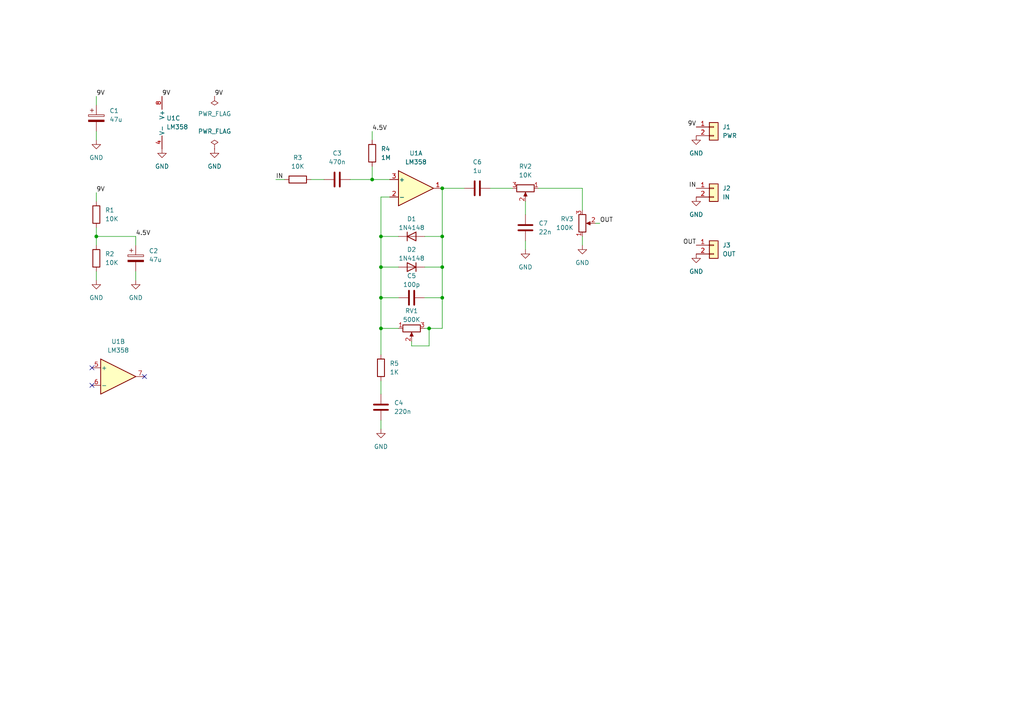
<source format=kicad_sch>
(kicad_sch (version 20211123) (generator eeschema)
  (paper "A4")
  (title_block (company "BG1REN"))
  (lib_symbols
    (symbol "Amplifier_Operational:LM358" (pin_names (offset 0.127))
      (property "Reference" "U" (at 0 5.08 0))
      (property "Value" "LM358" (at 0 -5.08 0))
      (symbol "LM358_1_1"
        (polyline (pts (xy -5.08 5.08) (xy 5.08 0) (xy -5.08 -5.08) (xy -5.08 5.08)) (stroke (width 0.254)) (fill (type background)))
        (pin output line (at 7.62 0 180) (length 2.54) (name "~") (number "1"))
        (pin input line (at -7.62 -2.54 0) (length 2.54) (name "-") (number "2"))
        (pin input line (at -7.62 2.54 0) (length 2.54) (name "+") (number "3"))
      )
      (symbol "LM358_2_1"
        (polyline (pts (xy -5.08 5.08) (xy 5.08 0) (xy -5.08 -5.08) (xy -5.08 5.08)) (stroke (width 0.254)) (fill (type background)))
        (pin input line (at -7.62 2.54 0) (length 2.54) (name "+") (number "5"))
        (pin input line (at -7.62 -2.54 0) (length 2.54) (name "-") (number "6"))
        (pin output line (at 7.62 0 180) (length 2.54) (name "~") (number "7"))
      )
      (symbol "LM358_3_1"
        (pin power_in line (at -2.54 -7.62 90) (length 3.81) (name "V-") (number "4"))
        (pin power_in line (at -2.54 7.62 270) (length 3.81) (name "V+") (number "8"))
      )
    )
    (symbol "Connector_Generic:Conn_01x02" (pin_names (offset 1.016) hide)
      (property "Reference" "J" (at 0 2.54 0))
      (property "Value" "Conn_01x02" (at 0 -5.08 0))
      (symbol "Conn_01x02_1_1"
        (rectangle (start -1.27 -2.413) (end 0 -2.667) (stroke (width 0.1524)))
        (rectangle (start -1.27 0.127) (end 0 -0.127) (stroke (width 0.1524)))
        (rectangle (start -1.27 1.27) (end 1.27 -3.81) (stroke (width 0.254)) (fill (type background)))
        (pin passive line (at -5.08 0 0) (length 3.81) (name "Pin_1") (number "1"))
        (pin passive line (at -5.08 -2.54 0) (length 3.81) (name "Pin_2") (number "2"))
      )
    )
    (symbol "Device:C" (pin_numbers hide) (pin_names (offset 0.254))
      (property "Reference" "C" (at 0.635 2.54 0))
      (property "Value" "C" (at 0.635 -2.54 0))
      (symbol "C_0_1"
        (polyline (pts (xy -2.032 -0.762) (xy 2.032 -0.762)) (stroke (width 0.508)))
        (polyline (pts (xy -2.032 0.762) (xy 2.032 0.762)) (stroke (width 0.508)))
      )
      (symbol "C_1_1"
        (pin passive line (at 0 3.81 270) (length 2.794) (name "~") (number "1"))
        (pin passive line (at 0 -3.81 90) (length 2.794) (name "~") (number "2"))
      )
    )
    (symbol "Device:C_Polarized" (pin_numbers hide) (pin_names (offset 0.254))
      (property "Reference" "C" (at 0.635 2.54 0))
      (property "Value" "C_Polarized" (at 0.635 -2.54 0))
      (symbol "C_Polarized_0_1"
        (rectangle (start -2.286 0.508) (end 2.286 1.016))
        (polyline (pts (xy -1.778 2.286) (xy -0.762 2.286)))
        (polyline (pts (xy -1.27 2.794) (xy -1.27 1.778)))
        (rectangle (start 2.286 -0.508) (end -2.286 -1.016) (fill (type outline)))
      )
      (symbol "C_Polarized_1_1"
        (pin passive line (at 0 3.81 270) (length 2.794) (name "~") (number "1"))
        (pin passive line (at 0 -3.81 90) (length 2.794) (name "~") (number "2"))
      )
    )
    (symbol "Device:D" (pin_numbers hide) (pin_names (offset 1.016) hide)
      (property "Reference" "D" (at 0 2.54 0))
      (property "Value" "D" (at 0 -2.54 0))
      (symbol "D_0_1"
        (polyline (pts (xy -1.27 1.27) (xy -1.27 -1.27)) (stroke (width 0.254)))
        (polyline (pts (xy 1.27 0) (xy -1.27 0)))
        (polyline (pts (xy 1.27 1.27) (xy 1.27 -1.27) (xy -1.27 0) (xy 1.27 1.27)) (stroke (width 0.254)))
      )
      (symbol "D_1_1"
        (pin passive line (at -3.81 0 0) (length 2.54) (name "K") (number "1"))
        (pin passive line (at 3.81 0 180) (length 2.54) (name "A") (number "2"))
      )
    )
    (symbol "Device:R" (pin_numbers hide) (pin_names (offset 0))
      (property "Reference" "R" (at 2.032 0 90))
      (property "Value" "R" (at 0 0 90))
      (symbol "R_0_1"
        (rectangle (start -1.016 -2.54) (end 1.016 2.54) (stroke (width 0.254)))
      )
      (symbol "R_1_1"
        (pin passive line (at 0 3.81 270) (length 1.27) (name "~") (number "1"))
        (pin passive line (at 0 -3.81 90) (length 1.27) (name "~") (number "2"))
      )
    )
    (symbol "Device:R_Potentiometer" (pin_names (offset 1.016) hide)
      (property "Reference" "RV" (at -4.445 0 90))
      (property "Value" "R_Potentiometer" (at -2.54 0 90))
      (symbol "R_Potentiometer_0_1"
        (polyline (pts (xy 2.54 0) (xy 1.524 0)))
        (polyline (pts (xy 1.143 0) (xy 2.286 0.508) (xy 2.286 -0.508) (xy 1.143 0)) (fill (type outline)))
        (rectangle (start 1.016 2.54) (end -1.016 -2.54) (stroke (width 0.254)))
      )
      (symbol "R_Potentiometer_1_1"
        (pin passive line (at 0 3.81 270) (length 1.27) (name "1") (number "1"))
        (pin passive line (at 3.81 0 180) (length 1.27) (name "2") (number "2"))
        (pin passive line (at 0 -3.81 90) (length 1.27) (name "3") (number "3"))
      )
    )
    (symbol "power:GND" (power) (pin_names (offset 0))
      (property "Value" "GND" (at 0 -3.81 0))
      (symbol "GND_0_1"
        (polyline (pts (xy 0 0) (xy 0 -1.27) (xy 1.27 -1.27) (xy 0 -2.54) (xy -1.27 -1.27) (xy 0 -1.27)))
      )
      (symbol "GND_1_1"
        (pin power_in line (at 0 0 270) (length 0) hide (name "GND") (number "1"))
      )
    )
    (symbol "power:PWR_FLAG" (power) (pin_numbers hide) (pin_names (offset 0) hide)
      (property "Value" "PWR_FLAG" (at 0 3.81 0))
      (symbol "PWR_FLAG_0_0"
        (pin power_out line (at 0 0 90) (length 0) (name "pwr") (number "1"))
      )
      (symbol "PWR_FLAG_0_1"
        (polyline (pts (xy 0 0) (xy 0 1.27) (xy -1.016 1.905) (xy 0 2.54) (xy 1.016 1.905) (xy 0 1.27)))
      )
    )
  )
  (junction (at 128.27 77.47))
  (junction (at 128.27 54.61))
  (junction (at 124.46 95.25))
  (junction (at 128.27 86.36))
  (junction (at 110.49 68.58))
  (junction (at 110.49 95.25))
  (junction (at 27.94 68.58))
  (junction (at 107.95 52.07))
  (junction (at 110.49 77.47))
  (junction (at 128.27 68.58))
  (junction (at 110.49 86.36))
  (no_connect (at 26.67 106.68))
  (no_connect (at 26.67 111.76))
  (no_connect (at 41.91 109.22))
  (wire (pts (xy 27.94 55.88) (xy 27.94 58.42)))
  (wire (pts (xy 27.94 27.94) (xy 27.94 30.48)))
  (wire (pts (xy 110.49 121.92) (xy 110.49 124.46)))
  (wire (pts (xy 123.19 95.25) (xy 124.46 95.25)))
  (wire (pts (xy 101.6 52.07) (xy 107.95 52.07)))
  (wire (pts (xy 128.27 54.61) (xy 128.27 68.58)))
  (wire (pts (xy 110.49 86.36) (xy 110.49 95.25)))
  (wire (pts (xy 128.27 68.58) (xy 128.27 77.47)))
  (wire (pts (xy 124.46 100.33) (xy 119.38 100.33)))
  (wire (pts (xy 123.19 86.36) (xy 128.27 86.36)))
  (wire (pts (xy 27.94 68.58) (xy 27.94 71.12)))
  (wire (pts (xy 107.95 48.26) (xy 107.95 52.07)))
  (wire (pts (xy 128.27 54.61) (xy 134.62 54.61)))
  (wire (pts (xy 80.01 52.07) (xy 82.55 52.07)))
  (wire (pts (xy 124.46 95.25) (xy 124.46 100.33)))
  (wire (pts (xy 152.4 58.42) (xy 152.4 62.23)))
  (wire (pts (xy 27.94 68.58) (xy 39.37 68.58)))
  (wire (pts (xy 110.49 77.47) (xy 110.49 86.36)))
  (wire (pts (xy 110.49 110.49) (xy 110.49 114.3)))
  (wire (pts (xy 142.24 54.61) (xy 148.59 54.61)))
  (wire (pts (xy 123.19 68.58) (xy 128.27 68.58)))
  (wire (pts (xy 119.38 99.06) (xy 119.38 100.33)))
  (wire (pts (xy 110.49 57.15) (xy 110.49 68.58)))
  (wire (pts (xy 39.37 68.58) (xy 39.37 71.12)))
  (wire (pts (xy 123.19 77.47) (xy 128.27 77.47)))
  (wire (pts (xy 27.94 66.04) (xy 27.94 68.58)))
  (wire (pts (xy 39.37 78.74) (xy 39.37 81.28)))
  (wire (pts (xy 156.21 54.61) (xy 168.91 54.61)))
  (wire (pts (xy 168.91 54.61) (xy 168.91 60.96)))
  (wire (pts (xy 124.46 95.25) (xy 128.27 95.25)))
  (wire (pts (xy 27.94 38.1) (xy 27.94 40.64)))
  (wire (pts (xy 107.95 52.07) (xy 113.03 52.07)))
  (wire (pts (xy 110.49 68.58) (xy 115.57 68.58)))
  (wire (pts (xy 110.49 95.25) (xy 110.49 102.87)))
  (wire (pts (xy 110.49 95.25) (xy 115.57 95.25)))
  (wire (pts (xy 27.94 78.74) (xy 27.94 81.28)))
  (wire (pts (xy 110.49 77.47) (xy 115.57 77.47)))
  (wire (pts (xy 107.95 38.1) (xy 107.95 40.64)))
  (wire (pts (xy 172.72 64.77) (xy 173.99 64.77)))
  (wire (pts (xy 128.27 77.47) (xy 128.27 86.36)))
  (wire (pts (xy 110.49 68.58) (xy 110.49 77.47)))
  (wire (pts (xy 128.27 86.36) (xy 128.27 95.25)))
  (wire (pts (xy 113.03 57.15) (xy 110.49 57.15)))
  (wire (pts (xy 110.49 86.36) (xy 115.57 86.36)))
  (wire (pts (xy 152.4 69.85) (xy 152.4 72.39)))
  (wire (pts (xy 90.17 52.07) (xy 93.98 52.07)))
  (wire (pts (xy 168.91 68.58) (xy 168.91 71.12)))
  (label "IN" (at 201.93 54.61 180))
  (label "4.5V" (at 39.37 68.58 0))
  (label "IN" (at 80.01 52.07 0))
  (label "9V" (at 62.23 27.94 0))
  (label "9V" (at 27.94 27.94 0))
  (label "9V" (at 46.99 27.94 0))
  (label "9V" (at 201.93 36.83 180))
  (label "4.5V" (at 107.95 38.1 0))
  (label "OUT" (at 173.99 64.77 0))
  (label "9V" (at 27.94 55.88 0))
  (label "OUT" (at 201.93 71.12 180))
  (symbol (lib_id "power:GND") (at 201.93 39.37 0) (unit 1)
    (property "Reference" "#PWR08" (effects hide))
    (property "Value" "GND" (at 201.93 44.45 0))
  )
  (symbol (lib_id "Device:R_Potentiometer") (at 119.38 95.25 90) (mirror x) (unit 1)
    (property "Reference" "RV1" (at 119.38 90.17 90))
    (property "Value" "500K" (at 119.38 92.71 90))
    (property "Footprint" "bg1ren:Potentiometer_Alps_RK097_Single_Horizontal" (effects hide))
  )
  (symbol (lib_id "power:GND") (at 201.93 57.15 0) (unit 1)
    (property "Reference" "#PWR09" (effects hide))
    (property "Value" "GND" (at 201.93 62.23 0))
  )
  (symbol (lib_id "Device:C") (at 119.38 86.36 90) (unit 1)
    (property "Reference" "C5" (at 119.38 80.01 90))
    (property "Value" "100p" (at 119.38 82.55 90))
    (property "Footprint" "Capacitor_THT:C_Disc_D4.3mm_W1.9mm_P5.00mm" (effects hide))
  )
  (symbol (lib_id "Device:R_Potentiometer") (at 168.91 64.77 0) (mirror x) (unit 1)
    (property "Reference" "RV3" (at 166.37 63.4999 0) (effects (justify right)))
    (property "Value" "100K" (at 166.37 66.0399 0) (effects (justify right)))
    (property "Footprint" "bg1ren:Potentiometer_Alps_RK097_Single_Horizontal" (effects hide))
  )
  (symbol (lib_id "Amplifier_Operational:LM358") (at 120.65 54.61 0) (unit 1)
    (property "Reference" "U1" (at 120.65 44.45 0))
    (property "Value" "LM358" (at 120.65 46.99 0))
    (property "Footprint" "Package_DIP:DIP-8_W7.62mm" (effects hide))
    (property "Datasheet" "http://www.ti.com/lit/ds/symlink/lm2904-n.pdf" (effects hide))
  )
  (symbol (lib_id "power:PWR_FLAG") (at 62.23 27.94 180) (unit 1)
    (property "Reference" "#FLG0102" (effects hide))
    (property "Value" "PWR_FLAG" (at 62.23 33.02 0))
  )
  (symbol (lib_id "Device:R") (at 107.95 44.45 0) (unit 1)
    (property "Reference" "R4" (at 110.49 43.1799 0) (effects (justify left)))
    (property "Value" "1M" (at 110.49 45.7199 0) (effects (justify left)))
    (property "Footprint" "Resistor_THT:R_Axial_DIN0207_L6.3mm_D2.5mm_P2.54mm_Vertical" (effects hide))
  )
  (symbol (lib_id "Device:R") (at 86.36 52.07 90) (unit 1)
    (property "Reference" "R3" (at 86.36 45.72 90))
    (property "Value" "10K" (at 86.36 48.26 90))
    (property "Footprint" "Resistor_THT:R_Axial_DIN0207_L6.3mm_D2.5mm_P2.54mm_Vertical" (effects hide))
  )
  (symbol (lib_id "Device:D") (at 119.38 68.58 0) (unit 1)
    (property "Reference" "D1" (at 119.38 63.5 0))
    (property "Value" "1N4148" (at 119.38 66.04 0))
    (property "Footprint" "Diode_THT:D_DO-35_SOD27_P2.54mm_Vertical_AnodeUp" (effects hide))
  )
  (symbol (lib_id "Device:C_Polarized") (at 39.37 74.93 0) (unit 1)
    (property "Reference" "C2" (at 43.18 72.7709 0) (effects (justify left)))
    (property "Value" "47u" (at 43.18 75.3109 0) (effects (justify left)))
    (property "Footprint" "Capacitor_THT:CP_Radial_D4.0mm_P2.00mm" (effects hide))
  )
  (symbol (lib_id "power:GND") (at 62.23 43.18 0) (unit 1)
    (property "Reference" "#PWR0101" (effects hide))
    (property "Value" "GND" (at 62.23 48.26 0))
  )
  (symbol (lib_id "Device:D") (at 119.38 77.47 180) (unit 1)
    (property "Reference" "D2" (at 119.38 72.39 0))
    (property "Value" "1N4148" (at 119.38 74.93 0))
    (property "Footprint" "Diode_THT:D_DO-35_SOD27_P2.54mm_Vertical_AnodeUp" (effects hide))
  )
  (symbol (lib_id "power:PWR_FLAG") (at 62.23 43.18 0) (unit 1)
    (property "Reference" "#FLG0101" (effects hide))
    (property "Value" "PWR_FLAG" (at 62.23 38.1 0))
  )
  (symbol (lib_id "Device:R") (at 110.49 106.68 0) (unit 1)
    (property "Reference" "R5" (at 113.03 105.4099 0) (effects (justify left)))
    (property "Value" "1K" (at 113.03 107.9499 0) (effects (justify left)))
    (property "Footprint" "Resistor_THT:R_Axial_DIN0207_L6.3mm_D2.5mm_P2.54mm_Vertical" (effects hide))
  )
  (symbol (lib_id "Connector_Generic:Conn_01x02") (at 207.01 54.61 0) (unit 1)
    (property "Reference" "J2" (at 209.55 54.6099 0) (effects (justify left)))
    (property "Value" "IN" (at 209.55 57.1499 0) (effects (justify left)))
    (property "Footprint" "Connector_PinHeader_2.54mm:PinHeader_1x02_P2.54mm_Vertical" (effects hide))
  )
  (symbol (lib_id "Connector_Generic:Conn_01x02") (at 207.01 71.12 0) (unit 1)
    (property "Reference" "J3" (at 209.55 71.1199 0) (effects (justify left)))
    (property "Value" "OUT" (at 209.55 73.6599 0) (effects (justify left)))
    (property "Footprint" "Connector_PinHeader_2.54mm:PinHeader_1x02_P2.54mm_Vertical" (effects hide))
  )
  (symbol (lib_id "Device:C") (at 97.79 52.07 90) (unit 1)
    (property "Reference" "C3" (at 97.79 44.45 90))
    (property "Value" "470n" (at 97.79 46.99 90))
    (property "Footprint" "Capacitor_THT:C_Disc_D4.3mm_W1.9mm_P5.00mm" (effects hide))
  )
  (symbol (lib_id "power:GND") (at 46.99 43.18 0) (unit 1)
    (property "Reference" "#PWR04" (effects hide))
    (property "Value" "GND" (at 46.99 48.26 0))
  )
  (symbol (lib_id "Device:C_Polarized") (at 27.94 34.29 0) (unit 1)
    (property "Reference" "C1" (at 31.75 32.1309 0) (effects (justify left)))
    (property "Value" "47u" (at 31.75 34.6709 0) (effects (justify left)))
    (property "Footprint" "Capacitor_THT:CP_Radial_D4.0mm_P2.00mm" (effects hide))
  )
  (symbol (lib_id "power:GND") (at 39.37 81.28 0) (unit 1)
    (property "Reference" "#PWR03" (effects hide))
    (property "Value" "GND" (at 39.37 86.36 0))
  )
  (symbol (lib_id "Connector_Generic:Conn_01x02") (at 207.01 36.83 0) (unit 1)
    (property "Reference" "J1" (at 209.55 36.8299 0) (effects (justify left)))
    (property "Value" "PWR" (at 209.55 39.3699 0) (effects (justify left)))
    (property "Footprint" "Connector_PinHeader_2.54mm:PinHeader_1x02_P2.54mm_Vertical" (effects hide))
  )
  (symbol (lib_id "Device:C") (at 110.49 118.11 180) (unit 1)
    (property "Reference" "C4" (at 114.3 116.8399 0) (effects (justify right)))
    (property "Value" "220n" (at 114.3 119.3799 0) (effects (justify right)))
    (property "Footprint" "Capacitor_THT:C_Disc_D4.3mm_W1.9mm_P5.00mm" (effects hide))
  )
  (symbol (lib_id "power:GND") (at 27.94 40.64 0) (unit 1)
    (property "Reference" "#PWR01" (effects hide))
    (property "Value" "GND" (at 27.94 45.72 0))
  )
  (symbol (lib_id "power:GND") (at 27.94 81.28 0) (unit 1)
    (property "Reference" "#PWR02" (effects hide))
    (property "Value" "GND" (at 27.94 86.36 0))
  )
  (symbol (lib_id "Device:C") (at 138.43 54.61 90) (unit 1)
    (property "Reference" "C6" (at 138.43 46.99 90))
    (property "Value" "1u" (at 138.43 49.53 90))
    (property "Footprint" "Capacitor_THT:C_Disc_D4.3mm_W1.9mm_P5.00mm" (effects hide))
  )
  (symbol (lib_id "power:GND") (at 152.4 72.39 0) (unit 1)
    (property "Reference" "#PWR07" (effects hide))
    (property "Value" "GND" (at 152.4 77.47 0))
  )
  (symbol (lib_id "Amplifier_Operational:LM358") (at 34.29 109.22 0) (unit 2)
    (property "Reference" "U1" (at 34.29 99.06 0))
    (property "Value" "LM358" (at 34.29 101.6 0))
    (property "Footprint" "Package_DIP:DIP-8_W7.62mm" (effects hide))
    (property "Datasheet" "http://www.ti.com/lit/ds/symlink/lm2904-n.pdf" (effects hide))
  )
  (symbol (lib_id "power:GND") (at 201.93 73.66 0) (unit 1)
    (property "Reference" "#PWR010" (effects hide))
    (property "Value" "GND" (at 201.93 78.74 0))
  )
  (symbol (lib_id "Device:R") (at 27.94 62.23 0) (unit 1)
    (property "Reference" "R1" (at 30.48 60.9599 0) (effects (justify left)))
    (property "Value" "10K" (at 30.48 63.4999 0) (effects (justify left)))
    (property "Footprint" "Resistor_THT:R_Axial_DIN0207_L6.3mm_D2.5mm_P2.54mm_Vertical" (effects hide))
  )
  (symbol (lib_id "Device:C") (at 152.4 66.04 180) (unit 1)
    (property "Reference" "C7" (at 156.21 64.7699 0) (effects (justify right)))
    (property "Value" "22n" (at 156.21 67.3099 0) (effects (justify right)))
    (property "Footprint" "Capacitor_THT:C_Disc_D4.3mm_W1.9mm_P5.00mm" (effects hide))
  )
  (symbol (lib_id "Device:R") (at 27.94 74.93 0) (unit 1)
    (property "Reference" "R2" (at 30.48 73.6599 0) (effects (justify left)))
    (property "Value" "10K" (at 30.48 76.1999 0) (effects (justify left)))
    (property "Footprint" "Resistor_THT:R_Axial_DIN0207_L6.3mm_D2.5mm_P2.54mm_Vertical" (effects hide))
  )
  (symbol (lib_id "Device:R_Potentiometer") (at 152.4 54.61 270) (unit 1)
    (property "Reference" "RV2" (at 152.4 48.26 90))
    (property "Value" "10K" (at 152.4 50.8 90))
    (property "Footprint" "bg1ren:Potentiometer_Alps_RK097_Single_Horizontal" (effects hide))
  )
  (symbol (lib_id "power:GND") (at 110.49 124.46 0) (unit 1)
    (property "Reference" "#PWR05" (effects hide))
    (property "Value" "GND" (at 110.49 129.54 0))
  )
  (symbol (lib_id "power:GND") (at 168.91 71.12 0) (unit 1)
    (property "Reference" "#PWR06" (effects hide))
    (property "Value" "GND" (at 168.91 76.2 0))
  )
  (symbol (lib_id "Amplifier_Operational:LM358") (at 49.53 35.56 0) (unit 3)
    (property "Reference" "U1" (at 48.26 34.2899 0) (effects (justify left)))
    (property "Value" "LM358" (at 48.26 36.8299 0) (effects (justify left)))
    (property "Footprint" "Package_DIP:DIP-8_W7.62mm" (effects hide))
    (property "Datasheet" "http://www.ti.com/lit/ds/symlink/lm2904-n.pdf" (effects hide))
  )
)
</source>
